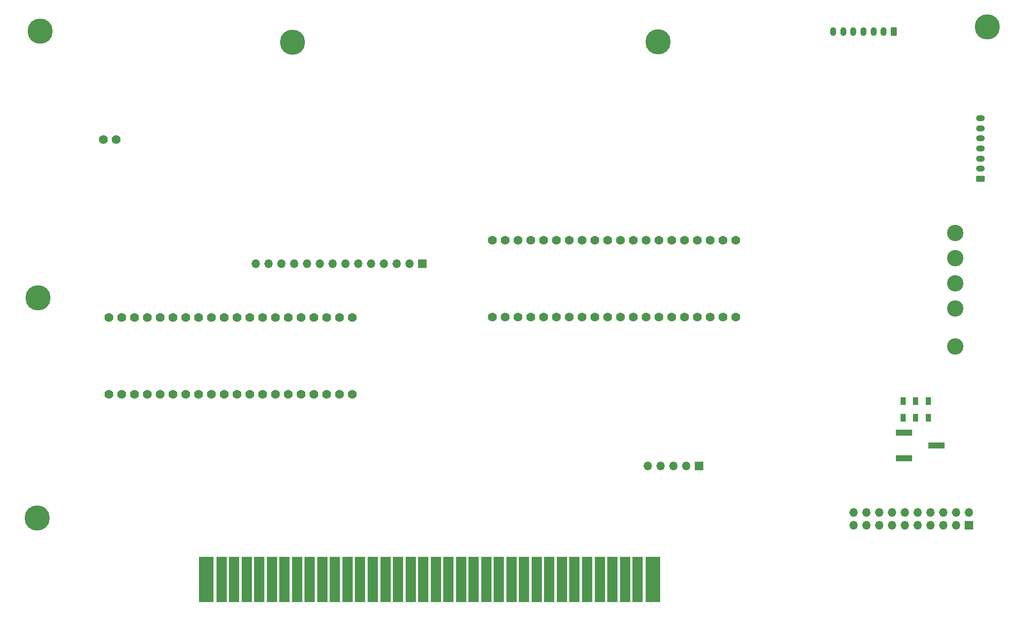
<source format=gbr>
%TF.GenerationSoftware,KiCad,Pcbnew,7.0.9*%
%TF.CreationDate,2024-01-30T12:33:28+01:00*%
%TF.ProjectId,FINESSE,46494e45-5353-4452-9e6b-696361645f70,rev?*%
%TF.SameCoordinates,Original*%
%TF.FileFunction,Soldermask,Bot*%
%TF.FilePolarity,Negative*%
%FSLAX46Y46*%
G04 Gerber Fmt 4.6, Leading zero omitted, Abs format (unit mm)*
G04 Created by KiCad (PCBNEW 7.0.9) date 2024-01-30 12:33:28*
%MOMM*%
%LPD*%
G01*
G04 APERTURE LIST*
G04 Aperture macros list*
%AMRoundRect*
0 Rectangle with rounded corners*
0 $1 Rounding radius*
0 $2 $3 $4 $5 $6 $7 $8 $9 X,Y pos of 4 corners*
0 Add a 4 corners polygon primitive as box body*
4,1,4,$2,$3,$4,$5,$6,$7,$8,$9,$2,$3,0*
0 Add four circle primitives for the rounded corners*
1,1,$1+$1,$2,$3*
1,1,$1+$1,$4,$5*
1,1,$1+$1,$6,$7*
1,1,$1+$1,$8,$9*
0 Add four rect primitives between the rounded corners*
20,1,$1+$1,$2,$3,$4,$5,0*
20,1,$1+$1,$4,$5,$6,$7,0*
20,1,$1+$1,$6,$7,$8,$9,0*
20,1,$1+$1,$8,$9,$2,$3,0*%
G04 Aperture macros list end*
%ADD10C,5.000000*%
%ADD11C,0.604000*%
%ADD12R,3.000000X9.000000*%
%ADD13R,2.000000X9.000000*%
%ADD14R,1.700000X1.700000*%
%ADD15O,1.700000X1.700000*%
%ADD16RoundRect,0.250000X0.350000X0.625000X-0.350000X0.625000X-0.350000X-0.625000X0.350000X-0.625000X0*%
%ADD17O,1.200000X1.750000*%
%ADD18C,1.778000*%
%ADD19RoundRect,0.250000X0.625000X-0.350000X0.625000X0.350000X-0.625000X0.350000X-0.625000X-0.350000X0*%
%ADD20O,1.750000X1.200000*%
%ADD21C,3.250000*%
%ADD22RoundRect,0.050000X0.450000X0.750000X-0.450000X0.750000X-0.450000X-0.750000X0.450000X-0.750000X0*%
%ADD23RoundRect,0.059500X1.590500X-0.535500X1.590500X0.535500X-1.590500X0.535500X-1.590500X-0.535500X0*%
G04 APERTURE END LIST*
D10*
%TO.C,HOLE1*%
X4890000Y114320000D03*
D11*
X6290000Y115720000D03*
X6790000Y114320000D03*
X6290000Y112920000D03*
X3490000Y112920000D03*
X4890000Y112420000D03*
X3490000Y115720000D03*
X2990000Y114320000D03*
X4890000Y116220000D03*
%TD*%
D10*
%TO.C,HOLE3*%
X4390000Y61340000D03*
D11*
X5790000Y62740000D03*
X6290000Y61340000D03*
X5790000Y59940000D03*
X2990000Y59940000D03*
X4390000Y59440000D03*
X2990000Y62740000D03*
X2490000Y61340000D03*
X4390000Y63240000D03*
%TD*%
D12*
%TO.C,P2*%
X37810000Y5460000D03*
D13*
X40810000Y5460000D03*
X43310000Y5460000D03*
X45810000Y5460000D03*
X48310000Y5460000D03*
X50810000Y5460000D03*
X53310000Y5460000D03*
X55810000Y5460000D03*
X58310000Y5460000D03*
X60810000Y5460000D03*
X63310000Y5460000D03*
X65810000Y5460000D03*
X68310000Y5460000D03*
X70810000Y5460000D03*
X73310000Y5460000D03*
X75810000Y5460000D03*
X78310000Y5460000D03*
X80810000Y5460000D03*
X83310000Y5460000D03*
X85810000Y5460000D03*
X88310000Y5460000D03*
X90810000Y5460000D03*
X93310000Y5460000D03*
X95810000Y5460000D03*
X98310000Y5460000D03*
X100810000Y5460000D03*
X103310000Y5460000D03*
X105810000Y5460000D03*
X108310000Y5460000D03*
X110810000Y5460000D03*
X113310000Y5460000D03*
X115810000Y5460000D03*
X118310000Y5460000D03*
X120810000Y5460000D03*
X123310000Y5460000D03*
D12*
X126310000Y5460000D03*
%TD*%
D14*
%TO.C,J4*%
X135490000Y27990000D03*
D15*
X132950000Y27990000D03*
X130410000Y27990000D03*
X127870000Y27990000D03*
X125330000Y27990000D03*
%TD*%
D10*
%TO.C,HOLE6*%
X54910000Y112060000D03*
D11*
X56310000Y113460000D03*
X56810000Y112060000D03*
X56310000Y110660000D03*
X53510000Y110660000D03*
X54910000Y110160000D03*
X53510000Y113460000D03*
X53010000Y112060000D03*
X54910000Y113960000D03*
%TD*%
D14*
%TO.C,J3*%
X80620000Y68120000D03*
D15*
X78080000Y68120000D03*
X75540000Y68120000D03*
X73000000Y68120000D03*
X70460000Y68120000D03*
X67920000Y68120000D03*
X65380000Y68120000D03*
X62840000Y68120000D03*
X60300000Y68120000D03*
X57760000Y68120000D03*
X55220000Y68120000D03*
X52680000Y68120000D03*
X50140000Y68120000D03*
X47600000Y68120000D03*
%TD*%
D10*
%TO.C,HOLE5*%
X127350000Y112180000D03*
D11*
X128750000Y113580000D03*
X129250000Y112180000D03*
X128750000Y110780000D03*
X125950000Y110780000D03*
X127350000Y110280000D03*
X125950000Y113580000D03*
X125450000Y112180000D03*
X127350000Y114080000D03*
%TD*%
D10*
%TO.C,HOLE2*%
X4230000Y17670000D03*
D11*
X5630000Y19070000D03*
X6130000Y17670000D03*
X5630000Y16270000D03*
X2830000Y16270000D03*
X4230000Y15770000D03*
X2830000Y19070000D03*
X2330000Y17670000D03*
X4230000Y19570000D03*
%TD*%
D16*
%TO.C,H5*%
X174100000Y114240000D03*
D17*
X172100000Y114240000D03*
X170100000Y114240000D03*
X168100000Y114240000D03*
X166100000Y114240000D03*
X164100000Y114240000D03*
X162100000Y114240000D03*
%TD*%
D18*
%TO.C,U16*%
X94510000Y57580000D03*
X97050000Y57580000D03*
X99590000Y57580000D03*
X102130000Y57580000D03*
X104670000Y57580000D03*
X107210000Y57580000D03*
X109750000Y57580000D03*
X112290000Y57580000D03*
X114830000Y57580000D03*
X117370000Y57580000D03*
X119910000Y57580000D03*
X122450000Y57580000D03*
X124990000Y57580000D03*
X127530000Y57580000D03*
X130070000Y57580000D03*
X132610000Y57580000D03*
X135150000Y57580000D03*
X137690000Y57580000D03*
X140230000Y57580000D03*
X142770000Y57580000D03*
X142770000Y72820000D03*
X140230000Y72820000D03*
X137690000Y72820000D03*
X135150000Y72820000D03*
X132610000Y72820000D03*
X130070000Y72820000D03*
X127530000Y72820000D03*
X124990000Y72820000D03*
X122450000Y72820000D03*
X119910000Y72820000D03*
X117370000Y72820000D03*
X114830000Y72820000D03*
X112290000Y72820000D03*
X109750000Y72820000D03*
X107210000Y72820000D03*
X104670000Y72820000D03*
X102130000Y72820000D03*
X99590000Y72820000D03*
X97050000Y72820000D03*
X94510000Y72820000D03*
%TD*%
%TO.C,D1*%
X17390000Y92810000D03*
X19930000Y92810000D03*
%TD*%
D19*
%TO.C,H6*%
X191300000Y85000000D03*
D20*
X191300000Y87000000D03*
X191300000Y89000000D03*
X191300000Y91000000D03*
X191300000Y93000000D03*
X191300000Y95000000D03*
X191300000Y97000000D03*
%TD*%
D14*
%TO.C,J6*%
X189000000Y16260000D03*
D15*
X189000000Y18800000D03*
X186460000Y16260000D03*
X186460000Y18800000D03*
X183920000Y16260000D03*
X183920000Y18800000D03*
X181380000Y16260000D03*
X181380000Y18800000D03*
X178840000Y16260000D03*
X178840000Y18800000D03*
X176300000Y16260000D03*
X176300000Y18800000D03*
X173760000Y16260000D03*
X173760000Y18800000D03*
X171220000Y16260000D03*
X171220000Y18800000D03*
X168680000Y16260000D03*
X168680000Y18800000D03*
X166140000Y16260000D03*
X166140000Y18800000D03*
%TD*%
D10*
%TO.C,HOLE4*%
X192610000Y115100000D03*
D11*
X194010000Y116500000D03*
X194510000Y115100000D03*
X194010000Y113700000D03*
X191210000Y113700000D03*
X192610000Y113200000D03*
X191210000Y116500000D03*
X190710000Y115100000D03*
X192610000Y117000000D03*
%TD*%
D18*
%TO.C,U14*%
X18490000Y42220000D03*
X21030000Y42220000D03*
X23570000Y42220000D03*
X26110000Y42220000D03*
X28650000Y42220000D03*
X31190000Y42220000D03*
X33730000Y42220000D03*
X36270000Y42220000D03*
X38810000Y42220000D03*
X41350000Y42220000D03*
X43890000Y42220000D03*
X46430000Y42220000D03*
X48970000Y42220000D03*
X51510000Y42220000D03*
X54050000Y42220000D03*
X56590000Y42220000D03*
X59130000Y42220000D03*
X61670000Y42220000D03*
X64210000Y42220000D03*
X66750000Y42220000D03*
X66750000Y57460000D03*
X64210000Y57460000D03*
X61670000Y57460000D03*
X59130000Y57460000D03*
X56590000Y57460000D03*
X54050000Y57460000D03*
X51510000Y57460000D03*
X48970000Y57460000D03*
X46430000Y57460000D03*
X43890000Y57460000D03*
X41350000Y57460000D03*
X38810000Y57460000D03*
X36270000Y57460000D03*
X33730000Y57460000D03*
X31190000Y57460000D03*
X28650000Y57460000D03*
X26110000Y57460000D03*
X23570000Y57460000D03*
X21030000Y57460000D03*
X18490000Y57460000D03*
%TD*%
D21*
%TO.C,J1*%
X186310000Y51750000D03*
X186310000Y59250000D03*
X186310000Y64250000D03*
X186310000Y69250000D03*
X186310000Y74250000D03*
%TD*%
D22*
%TO.C,S1*%
X180960000Y40860000D03*
X175960000Y40860000D03*
X178460000Y40860000D03*
X180960000Y37560000D03*
X175960000Y37560000D03*
X178460000Y37560000D03*
%TD*%
D23*
%TO.C,P1*%
X176140000Y29570000D03*
X182540000Y32110000D03*
X176140000Y34650000D03*
%TD*%
M02*

</source>
